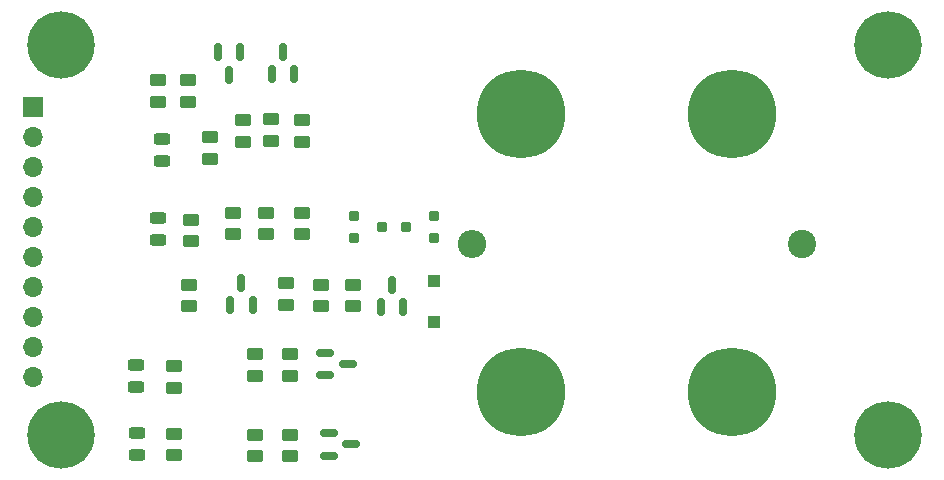
<source format=gbr>
%TF.GenerationSoftware,KiCad,Pcbnew,8.0.3*%
%TF.CreationDate,2024-06-22T23:36:34-05:00*%
%TF.ProjectId,Ematch2,456d6174-6368-4322-9e6b-696361645f70,rev?*%
%TF.SameCoordinates,Original*%
%TF.FileFunction,Soldermask,Top*%
%TF.FilePolarity,Negative*%
%FSLAX46Y46*%
G04 Gerber Fmt 4.6, Leading zero omitted, Abs format (unit mm)*
G04 Created by KiCad (PCBNEW 8.0.3) date 2024-06-22 23:36:34*
%MOMM*%
%LPD*%
G01*
G04 APERTURE LIST*
G04 Aperture macros list*
%AMRoundRect*
0 Rectangle with rounded corners*
0 $1 Rounding radius*
0 $2 $3 $4 $5 $6 $7 $8 $9 X,Y pos of 4 corners*
0 Add a 4 corners polygon primitive as box body*
4,1,4,$2,$3,$4,$5,$6,$7,$8,$9,$2,$3,0*
0 Add four circle primitives for the rounded corners*
1,1,$1+$1,$2,$3*
1,1,$1+$1,$4,$5*
1,1,$1+$1,$6,$7*
1,1,$1+$1,$8,$9*
0 Add four rect primitives between the rounded corners*
20,1,$1+$1,$2,$3,$4,$5,0*
20,1,$1+$1,$4,$5,$6,$7,0*
20,1,$1+$1,$6,$7,$8,$9,0*
20,1,$1+$1,$8,$9,$2,$3,0*%
G04 Aperture macros list end*
%ADD10C,7.500000*%
%ADD11RoundRect,0.250000X0.450000X-0.262500X0.450000X0.262500X-0.450000X0.262500X-0.450000X-0.262500X0*%
%ADD12RoundRect,0.250000X-0.450000X0.262500X-0.450000X-0.262500X0.450000X-0.262500X0.450000X0.262500X0*%
%ADD13RoundRect,0.150000X0.150000X-0.587500X0.150000X0.587500X-0.150000X0.587500X-0.150000X-0.587500X0*%
%ADD14RoundRect,0.243750X0.456250X-0.243750X0.456250X0.243750X-0.456250X0.243750X-0.456250X-0.243750X0*%
%ADD15R,1.000000X1.000000*%
%ADD16C,5.700000*%
%ADD17RoundRect,0.150000X-0.587500X-0.150000X0.587500X-0.150000X0.587500X0.150000X-0.587500X0.150000X0*%
%ADD18C,2.400000*%
%ADD19O,2.400000X2.400000*%
%ADD20RoundRect,0.150000X-0.150000X0.587500X-0.150000X-0.587500X0.150000X-0.587500X0.150000X0.587500X0*%
%ADD21R,1.700000X1.700000*%
%ADD22O,1.700000X1.700000*%
%ADD23RoundRect,0.200000X-0.250000X-0.200000X0.250000X-0.200000X0.250000X0.200000X-0.250000X0.200000X0*%
%ADD24RoundRect,0.200000X0.250000X0.200000X-0.250000X0.200000X-0.250000X-0.200000X0.250000X-0.200000X0*%
G04 APERTURE END LIST*
D10*
%TO.C,CLIP1*%
X148950000Y-76850000D03*
%TD*%
D11*
%TO.C,R6*%
X124600000Y-87000000D03*
X124600000Y-85175000D03*
%TD*%
D12*
%TO.C,R3*%
X125400000Y-77375000D03*
X125400000Y-79200000D03*
%TD*%
%TO.C,R7*%
X127400000Y-85175000D03*
X127400000Y-87000000D03*
%TD*%
D10*
%TO.C,CLIP4*%
X166800000Y-100400000D03*
%TD*%
D12*
%TO.C,R16*%
X119600000Y-98175000D03*
X119600000Y-100000000D03*
%TD*%
D11*
%TO.C,R2*%
X130400000Y-79200000D03*
X130400000Y-77375000D03*
%TD*%
%TO.C,R8*%
X132050000Y-93112500D03*
X132050000Y-91287500D03*
%TD*%
D13*
%TO.C,Q4*%
X124337500Y-93025000D03*
X126237500Y-93025000D03*
X125287500Y-91150000D03*
%TD*%
D12*
%TO.C,R13*%
X119600000Y-103887500D03*
X119600000Y-105712500D03*
%TD*%
D14*
%TO.C,LED1*%
X118600000Y-80825000D03*
X118600000Y-78950000D03*
%TD*%
D11*
%TO.C,R15*%
X129400000Y-105800000D03*
X129400000Y-103975000D03*
%TD*%
D15*
%TO.C,TP2*%
X141600000Y-94400000D03*
%TD*%
D16*
%TO.C,REF\u002A\u002A*%
X180000000Y-104000000D03*
%TD*%
D17*
%TO.C,Q5*%
X132662500Y-103850000D03*
X132662500Y-105750000D03*
X134537500Y-104800000D03*
%TD*%
%TO.C,Q6*%
X132400000Y-97050000D03*
X132400000Y-98950000D03*
X134275000Y-98000000D03*
%TD*%
D11*
%TO.C,R9*%
X134700000Y-93125000D03*
X134700000Y-91300000D03*
%TD*%
D12*
%TO.C,R11*%
X120887500Y-91287500D03*
X120887500Y-93112500D03*
%TD*%
D10*
%TO.C,CLIP2*%
X166800000Y-76850000D03*
%TD*%
D12*
%TO.C,R1*%
X118200000Y-73975000D03*
X118200000Y-75800000D03*
%TD*%
D11*
%TO.C,C1*%
X120800000Y-75800000D03*
X120800000Y-73975000D03*
%TD*%
%TO.C,R18*%
X129400000Y-99000000D03*
X129400000Y-97175000D03*
%TD*%
D14*
%TO.C,LED2*%
X118200000Y-87537500D03*
X118200000Y-85662500D03*
%TD*%
D15*
%TO.C,TP1*%
X141600000Y-91000000D03*
%TD*%
D14*
%TO.C,LED4*%
X116400000Y-99975000D03*
X116400000Y-98100000D03*
%TD*%
D18*
%TO.C,R19*%
X172770000Y-87800000D03*
D19*
X144830000Y-87800000D03*
%TD*%
D10*
%TO.C,CLIP3*%
X148950000Y-100400000D03*
%TD*%
D11*
%TO.C,R14*%
X126450000Y-105800000D03*
X126450000Y-103975000D03*
%TD*%
D20*
%TO.C,Q1*%
X125200000Y-71612500D03*
X123300000Y-71612500D03*
X124250000Y-73487500D03*
%TD*%
D16*
%TO.C,REF\u002A\u002A*%
X180000000Y-71000000D03*
%TD*%
D14*
%TO.C,LED3*%
X116487500Y-105687500D03*
X116487500Y-103812500D03*
%TD*%
D13*
%TO.C,Q2*%
X127850000Y-73425000D03*
X129750000Y-73425000D03*
X128800000Y-71550000D03*
%TD*%
%TO.C,D1*%
X137100000Y-93200000D03*
X139000000Y-93200000D03*
X138050000Y-91325000D03*
%TD*%
D12*
%TO.C,R4*%
X127800000Y-77262500D03*
X127800000Y-79087500D03*
%TD*%
D11*
%TO.C,R5*%
X122600000Y-80600000D03*
X122600000Y-78775000D03*
%TD*%
D12*
%TO.C,R12*%
X121000000Y-85775000D03*
X121000000Y-87600000D03*
%TD*%
D11*
%TO.C,C2*%
X130400000Y-87000000D03*
X130400000Y-85175000D03*
%TD*%
D21*
%TO.C,J1*%
X107600000Y-76240000D03*
D22*
X107600000Y-78780000D03*
X107600000Y-81320000D03*
X107600000Y-83860000D03*
X107600000Y-86400000D03*
X107600000Y-88940000D03*
X107600000Y-91480000D03*
X107600000Y-94020000D03*
X107600000Y-96560000D03*
X107600000Y-99100000D03*
%TD*%
D11*
%TO.C,R17*%
X126450000Y-99000000D03*
X126450000Y-97175000D03*
%TD*%
D16*
%TO.C,REF\u002A\u002A*%
X110000000Y-71000000D03*
%TD*%
D12*
%TO.C,R10*%
X129087500Y-91175000D03*
X129087500Y-93000000D03*
%TD*%
D23*
%TO.C,Q3*%
X134800000Y-85450000D03*
X134800000Y-87350000D03*
X137200000Y-86400000D03*
%TD*%
D24*
%TO.C,Q7*%
X141600000Y-87350000D03*
X141600000Y-85450000D03*
X139200000Y-86400000D03*
%TD*%
D16*
%TO.C,REF\u002A\u002A*%
X110000000Y-104000000D03*
%TD*%
M02*

</source>
